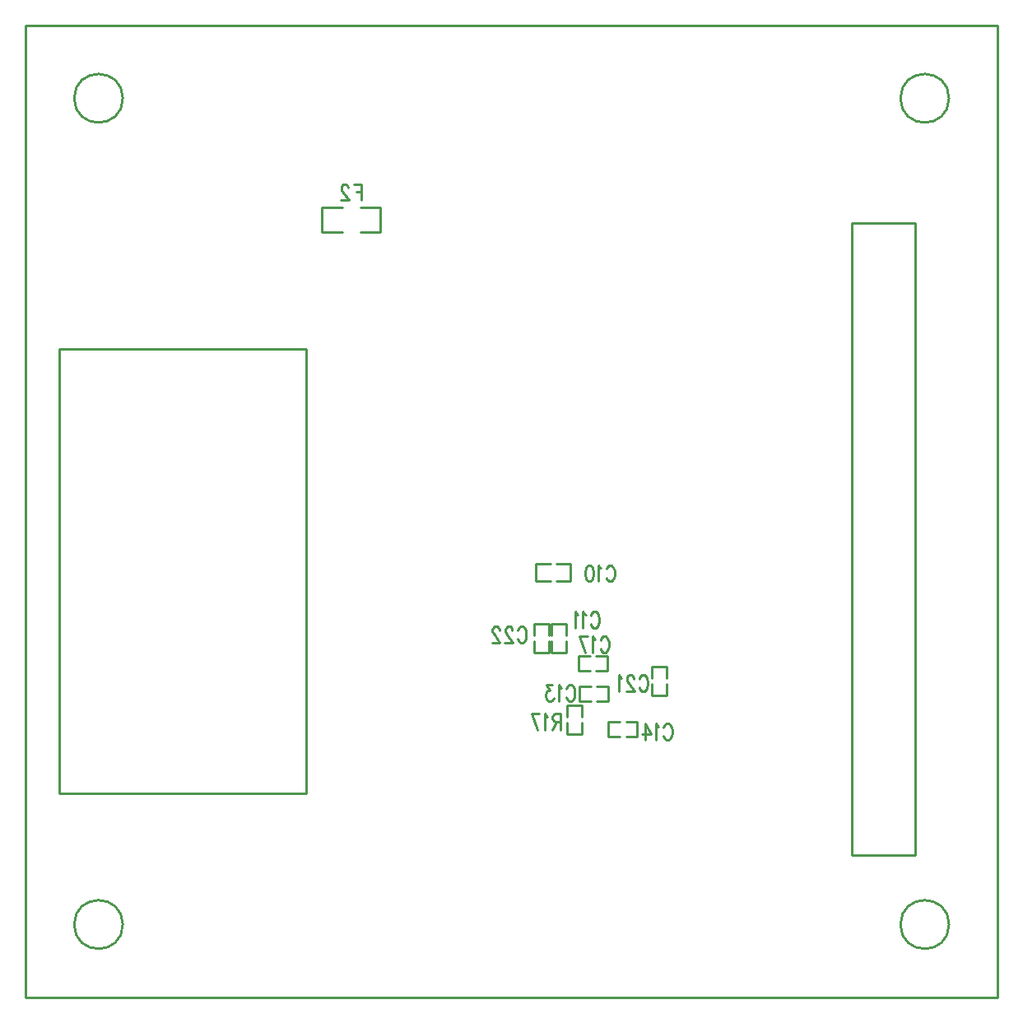
<source format=gbo>
*
*
G04 PADS VX.1.2 Build Number: 698008 generated Gerber (RS-274-X) file*
G04 PC Version=2.1*
*
%IN "opqbox2.pcb"*%
*
%MOIN*%
*
%FSLAX35Y35*%
*
*
*
*
G04 PC Standard Apertures*
*
*
G04 Thermal Relief Aperture macro.*
%AMTER*
1,1,$1,0,0*
1,0,$1-$2,0,0*
21,0,$3,$4,0,0,45*
21,0,$3,$4,0,0,135*
%
*
*
G04 Annular Aperture macro.*
%AMANN*
1,1,$1,0,0*
1,0,$2,0,0*
%
*
*
G04 Odd Aperture macro.*
%AMODD*
1,1,$1,0,0*
1,0,$1-0.005,0,0*
%
*
*
G04 PC Custom Aperture Macros*
*
*
*
*
*
*
G04 PC Aperture Table*
*
%ADD010C,0.001*%
%ADD013C,0.01*%
*
*
*
*
G04 PC Circuitry*
G04 Layer Name opqbox2.pcb - circuitry*
%LPD*%
*
*
G04 PC Custom Flashes*
G04 Layer Name opqbox2.pcb - flashes*
%LPD*%
*
*
G04 PC Circuitry*
G04 Layer Name opqbox2.pcb - circuitry*
%LPD*%
*
G54D10*
G54D13*
G01X113780Y362598D02*
Y182677D01*
X213780*
Y362598*
X113780*
X460394Y157480D02*
Y413780D01*
X434646*
Y157480*
X460394*
X312580Y268547D02*
X306780D01*
Y275547*
X312580*
X314980Y268547D02*
X320780D01*
Y275547*
X314980*
X319441Y213652D02*
Y218202D01*
X325441*
Y213652*
X319441Y211152D02*
Y206602D01*
X325441*
Y211152*
X228140Y409961D02*
X220090D01*
Y419961*
X228140*
X235640Y409961D02*
X243690D01*
Y419961*
X235640*
X311858Y244222D02*
Y239672D01*
X305858*
Y244222*
X311858Y246722D02*
Y251272D01*
X305858*
Y246722*
X318945Y244222D02*
Y239672D01*
X312945*
Y244222*
X318945Y246722D02*
Y251272D01*
X312945*
Y246722*
X331368Y225835D02*
X335918D01*
Y219835*
X331368*
X328868Y225835D02*
X324318D01*
Y219835*
X328868*
X340679Y205465D02*
X336129D01*
Y211465*
X340679*
X343179Y205465D02*
X347729D01*
Y211465*
X343179*
X330974Y238433D02*
X335524D01*
Y232433*
X330974*
X328474Y238433D02*
X323924D01*
Y232433*
X328474*
X359693Y226900D02*
Y222350D01*
X353693*
Y226900*
X359693Y229400D02*
Y233950D01*
X353693*
Y229400*
X335174Y273504D02*
X335401Y274129D01*
X335855Y274754*
X336310Y275066*
X337219*
X337674Y274754*
X338128Y274129*
X338355Y273504*
X338583Y272566*
Y271004*
X338355Y270066*
X338128Y269441*
X337674Y268816*
X337219Y268504*
X336310*
X335855Y268816*
X335401Y269441*
X335174Y270066*
X333128Y273816D02*
X332674Y274129D01*
X331992Y275066*
Y268504*
X328583Y275066D02*
X329264Y274754D01*
X329719Y273816*
X329946Y272254*
Y271316*
X329719Y269754*
X329264Y268816*
X328583Y268504*
X328128*
X327446Y268816*
X326992Y269754*
X326764Y271316*
Y272254*
X326992Y273816*
X327446Y274754*
X328128Y275066*
X328583*
X316535Y214830D02*
Y208268D01*
Y214830D02*
X314490D01*
X313808Y214518*
X313581Y214205*
X313354Y213580*
Y212955*
X313581Y212330*
X313808Y212018*
X314490Y211705*
X316535*
X314945D02*
X313354Y208268D01*
X311308Y213580D02*
X310854Y213893D01*
X310172Y214830*
Y208268*
X304945Y214830D02*
X307217Y208268D01*
X308126Y214830D02*
X304945D01*
X235827Y429397D02*
Y422835D01*
Y429397D02*
X232872D01*
X235827Y426272D02*
X234009D01*
X230599Y427835D02*
Y428147D01*
X230599D02*
X230372Y428772D01*
X230145Y429085*
X229690Y429397*
X228781*
X228327Y429085*
X228099Y428772*
X228099D02*
X227872Y428147D01*
Y427522*
X228099Y426897*
X228099D02*
X228554Y425960D01*
X230827Y422835*
X227645*
X299347Y248701D02*
X299574Y249326D01*
X300029Y249951*
X300483Y250263*
X301392*
X301847Y249951*
X302301Y249326*
X302529Y248701*
X302756Y247763*
Y246201*
X302529Y245263*
X302301Y244638*
X301847Y244013*
X301392Y243701*
X300483*
X300029Y244013*
X299574Y244638*
X299347Y245263*
X297074Y248701D02*
Y249013D01*
X296847Y249638*
X296620Y249951*
X296165Y250263*
X295256*
X294801Y249951*
X294574Y249638*
X294347Y249013*
Y248388*
X294574Y247763*
X295029Y246826*
X297301Y243701*
X294120*
X291847Y248701D02*
Y249013D01*
X291620Y249638*
X291392Y249951*
X290938Y250263*
X290029*
X289574Y249951*
X289347Y249638*
X289120Y249013*
Y248388*
X289347Y247763*
X289801Y246826*
X292074Y243701*
X288892*
X328874Y254606D02*
X329102Y255231D01*
X329556Y255856*
X330011Y256169*
X330920*
X331374Y255856*
X331829Y255231*
X332056Y254606*
X332283Y253669*
Y252106*
X332056Y251169*
X331829Y250544*
X331374Y249919*
X330920Y249606*
X330011*
X329556Y249919*
X329102Y250544*
X328874Y251169*
X326829Y254919D02*
X326374Y255231D01*
X325693Y256169*
Y249606*
X323647Y254919D02*
X323193Y255231D01*
X322511Y256169*
Y249606*
X319032Y225079D02*
X319259Y225704D01*
X319714Y226329*
X320168Y226641*
X321077*
X321532Y226329*
X321986Y225704*
X322214Y225079*
X322441Y224141*
Y222579*
X322214Y221641*
X321986Y221016*
X321532Y220391*
X321077Y220079*
X320168*
X319714Y220391*
X319259Y221016*
X319032Y221641*
X316986Y225391D02*
X316532Y225704D01*
X315850Y226641*
Y220079*
X313350Y226641D02*
X310850D01*
X312214Y224141*
X311532*
X311077Y223829*
X310850Y223516*
X310623Y222579*
Y221954*
X310850Y221016*
X311305Y220391*
X311986Y220079*
X312668*
X313350Y220391*
X313577Y220704*
X313805Y221329*
X358402Y209331D02*
X358629Y209956D01*
X359084Y210581*
X359538Y210893*
X360447*
X360902Y210581*
X361356Y209956*
X361584Y209331*
X361811Y208393*
Y206831*
X361584Y205893*
X361356Y205268*
X360902Y204643*
X360447Y204331*
X359538*
X359084Y204643*
X358629Y205268*
X358402Y205893*
X356356Y209643D02*
X355902Y209956D01*
X355220Y210893*
Y204331*
X350902Y210893D02*
X353175Y206518D01*
X349766*
X350902Y210893D02*
Y204331D01*
X332811Y244764D02*
X333039Y245389D01*
X333493Y246014*
X333948Y246326*
X334857*
X335311Y246014*
X335766Y245389*
X335993Y244764*
X336220Y243826*
Y242264*
X335993Y241326*
X335766Y240701*
X335311Y240076*
X334857Y239764*
X333948*
X333493Y240076*
X333039Y240701*
X332811Y241326*
X330766Y245076D02*
X330311Y245389D01*
X329630Y246326*
Y239764*
X324402Y246326D02*
X326675Y239764D01*
X327584Y246326D02*
X324402D01*
X348559Y229016D02*
X348787Y229641D01*
X349241Y230266*
X349696Y230578*
X350605*
X351059Y230266*
X351514Y229641*
X351741Y229016*
X351969Y228078*
Y226516*
X351741Y225578*
X351514Y224953*
X351059Y224328*
X350605Y224016*
X349696*
X349241Y224328*
X348787Y224953*
X348559Y225578*
X346287Y229016D02*
Y229328D01*
X346059Y229953*
X345832Y230266*
X345378Y230578*
X344469*
X344014Y230266*
X343787Y229953*
X343559Y229328*
Y228703*
X343787Y228078*
X344241Y227141*
X346514Y224016*
X343332*
X341287Y229328D02*
X340832Y229641D01*
X340150Y230578*
Y224016*
X100000Y100000D02*
Y493701D01*
X493701*
Y100000*
X100000*
X139370Y129528D02*
G75*
G03X139370I-9842J0D01*
G01X474016D02*
G03X474016I-9843J0D01*
G01Y464173D02*
G03X474016I-9843J0D01*
G01X139370D02*
G03X139370I-9842J0D01*
G74*
G01X0Y0D02*
M02*

</source>
